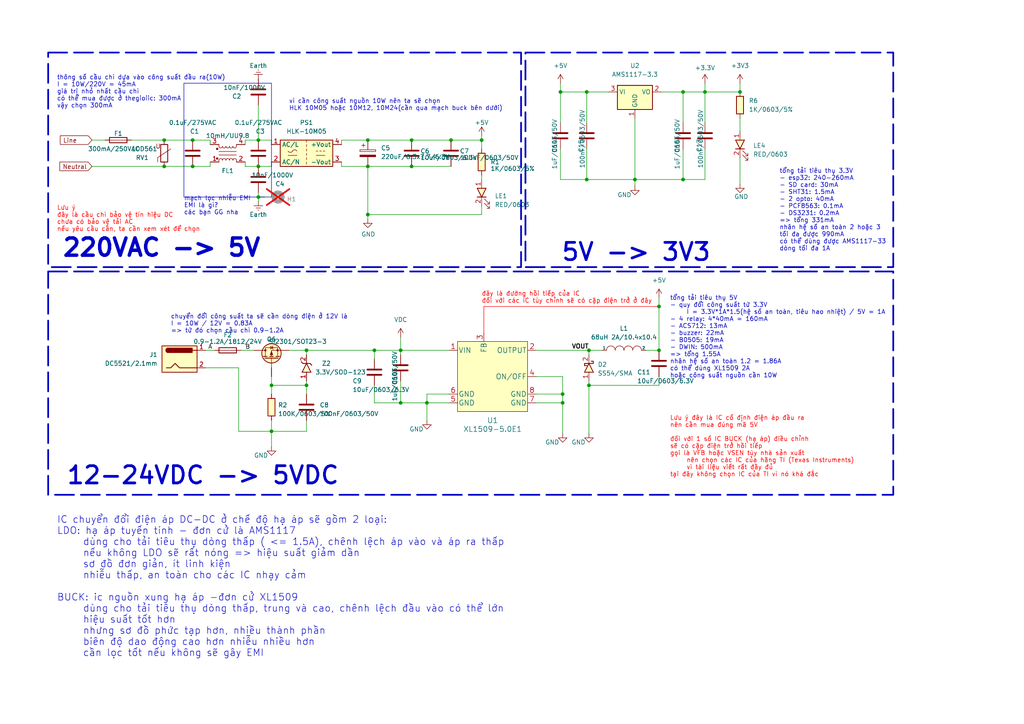
<source format=kicad_sch>
(kicad_sch (version 20250114) (generator "eeschema") (generator_version "9.0")
  (paper "A4")
  (lib_symbols
    (symbol "TrainSymbol:+3.3V" (power) (pin_names (offset 0))
      (property "Value" "+3.3V" (at 0 3.556 0))
      (symbol "+3.3V_0_1"
        (polyline (pts (xy -0.762 1.27) (xy 0 2.54)))
        (polyline (pts (xy 0 2.54) (xy 0.762 1.27)))
        (polyline (pts (xy 0 0) (xy 0 2.54)))
      )
      (symbol "+3.3V_1_1"
        (pin power_in line (at 0 0 90) (length 0) (hide yes) (name "+3.3V") (number "1"))
      )
    )
    (symbol "TrainSymbol:+3V3" (power) (pin_names (offset 0))
      (property "Value" "+3V3" (at 0 3.556 0))
      (symbol "+3V3_0_1"
        (polyline (pts (xy -0.762 1.27) (xy 0 2.54)))
        (polyline (pts (xy 0 2.54) (xy 0.762 1.27)))
        (polyline (pts (xy 0 0) (xy 0 2.54)))
      )
      (symbol "+3V3_1_1"
        (pin power_in line (at 0 0 90) (length 0) (hide yes) (name "+3V3") (number "1"))
      )
    )
    (symbol "TrainSymbol:+5V" (power) (pin_names (offset 0))
      (property "Value" "+5V" (at 0 3.556 0))
      (symbol "+5V_0_1"
        (polyline (pts (xy -0.762 1.27) (xy 0 2.54)))
        (polyline (pts (xy 0 2.54) (xy 0.762 1.27)))
        (polyline (pts (xy 0 0) (xy 0 2.54)))
      )
      (symbol "+5V_1_1"
        (pin power_in line (at 0 0 90) (length 0) (hide yes) (name "+5V") (number "1"))
      )
    )
    (symbol "TrainSymbol:AMS1117-3.3"
      (property "Reference" "U" (at -3.81 3.175 0))
      (property "Value" "AMS1117-3.3" (at 0 3.175 0))
      (symbol "AMS1117-3.3_0_1"
        (rectangle (start -5.08 -5.08) (end 5.08 1.905) (stroke (width 0.254)) (fill (type background)))
      )
      (symbol "AMS1117-3.3_1_1"
        (pin power_in line (at -7.62 0 0) (length 2.54) (name "VI") (number "3"))
        (pin power_in line (at 0 -7.62 90) (length 2.54) (name "GND") (number "1"))
        (pin power_out line (at 7.62 0 180) (length 2.54) (name "VO") (number "2"))
      )
    )
    (symbol "TrainSymbol:C" (pin_numbers (hide yes)) (pin_names (offset 0.254))
      (property "Reference" "C" (at 0.635 2.54 0))
      (property "Value" "C" (at 0.635 -2.54 0))
      (symbol "C_0_1"
        (polyline (pts (xy -2.032 0.762) (xy 2.032 0.762)) (stroke (width 0.508)))
        (polyline (pts (xy -2.032 -0.762) (xy 2.032 -0.762)) (stroke (width 0.508)))
      )
      (symbol "C_1_1"
        (pin passive line (at 0 3.81 270) (length 2.794) (name "~") (number "1"))
        (pin passive line (at 0 -3.81 90) (length 2.794) (name "~") (number "2"))
      )
    )
    (symbol "TrainSymbol:C_Polarized" (pin_numbers (hide yes)) (pin_names (offset 0.254))
      (property "Reference" "C" (at 0.635 2.54 0))
      (property "Value" "C_Polarized" (at 0.635 -2.54 0))
      (symbol "C_Polarized_0_1"
        (rectangle (start -2.286 0.508) (end 2.286 1.016))
        (polyline (pts (xy -1.778 2.286) (xy -0.762 2.286)))
        (polyline (pts (xy -1.27 2.794) (xy -1.27 1.778)))
        (rectangle (start 2.286 -0.508) (end -2.286 -1.016) (fill (type outline)))
      )
      (symbol "C_Polarized_1_1"
        (pin passive line (at 0 3.81 270) (length 2.794) (name "~") (number "1"))
        (pin passive line (at 0 -3.81 90) (length 2.794) (name "~") (number "2"))
      )
    )
    (symbol "TrainSymbol:D_Schottky"
      (property "Reference" "D" (at -2.54 2.54 0))
      (property "Value" "D_Schottky" (at 0 -2.54 0))
      (symbol "D_Schottky_0_1"
        (polyline (pts (xy -0.635 0.635) (xy -0.635 1.27) (xy 0 1.27) (xy 0 -1.27) (xy 0.635 -1.27) (xy 0.635 -0.635)) (stroke (width 0.254)))
        (polyline (pts (xy 2.54 1.27) (xy 2.54 -1.27) (xy 0 0) (xy 2.54 1.27)) (stroke (width 0.254)) (fill (type background)))
      )
      (symbol "D_Schottky_1_1"
        (pin passive line (at -2.54 0 0) (length 2.54) (name "") (number "2"))
        (pin passive line (at 5.08 0 180) (length 2.54) (name "") (number "1"))
      )
    )
    (symbol "TrainSymbol:D_Zener"
      (property "Reference" "Z" (at 0 3.81 0))
      (property "Value" "D_Zener" (at 0 -3.302 0))
      (symbol "D_Zener_0_1"
        (polyline (pts (xy 0 1.016) (xy 0 -1.016)) (stroke (width 0.254)))
        (polyline (pts (xy 0 1.016) (xy 0.508 1.524)) (stroke (width 0.254)))
        (polyline (pts (xy 0 -1.016) (xy -0.508 -1.524)) (stroke (width 0.254)))
        (polyline (pts (xy 2.54 1.27) (xy 2.54 -1.27) (xy 0 0) (xy 2.54 1.27)) (stroke (width 0.254)) (fill (type background)))
      )
      (symbol "D_Zener_1_1"
        (pin passive line (at -2.54 0 0) (length 2.54) (name "") (number "2"))
        (pin passive line (at 5.08 0 180) (length 2.54) (name "") (number "1"))
      )
    )
    (symbol "TrainSymbol:Earth" (power) (pin_names (offset 0))
      (symbol "Earth_0_1"
        (polyline (pts (xy -0.635 -1.905) (xy 0.635 -1.905)))
        (polyline (pts (xy -0.127 -2.54) (xy 0.127 -2.54)))
        (polyline (pts (xy 0 -1.27) (xy 0 0)))
        (polyline (pts (xy 1.27 -1.27) (xy -1.27 -1.27)))
      )
      (symbol "Earth_1_1"
        (pin power_in line (at 0 0 270) (length 0) (hide yes) (name "Earth") (number "1"))
      )
    )
    (symbol "TrainSymbol:Filter_EMI_LL" (pin_names (offset 0.254) (hide yes))
      (property "Reference" "FL" (at 0 4.445 0))
      (property "Value" "Filter_EMI_LL" (at 0 -4.445 0))
      (symbol "Filter_EMI_LL_0_1"
        (circle (center -3.048 1.524) (radius 0.254) (fill (type outline)))
        (circle (center -3.048 -1.27) (radius 0.254) (fill (type outline)))
        (polyline (pts (xy -2.54 2.032) (xy -2.54 2.54)))
        (polyline (pts (xy -2.54 0.508) (xy 2.54 0.508)))
        (polyline (pts (xy -2.54 -2.032) (xy -2.54 -2.54)))
        (arc (start -1.524 2.032) (mid -2.032 1.5262) (end -2.54 2.032))
        (arc (start -2.54 -2.032) (mid -2.032 -1.5262) (end -1.524 -2.032))
        (arc (start -0.508 2.032) (mid -1.016 1.5262) (end -1.524 2.032))
        (arc (start -1.524 -2.032) (mid -1.016 -1.5262) (end -0.508 -2.032))
        (arc (start 0.508 2.032) (mid 0 1.5262) (end -0.508 2.032))
        (arc (start -0.508 -2.032) (mid 0 -1.5262) (end 0.508 -2.032))
        (arc (start 1.524 2.032) (mid 1.016 1.5262) (end 0.508 2.032))
        (arc (start 0.508 -2.032) (mid 1.016 -1.5262) (end 1.524 -2.032))
        (arc (start 2.54 2.032) (mid 2.032 1.5262) (end 1.524 2.032))
        (arc (start 1.524 -2.032) (mid 2.032 -1.5262) (end 2.54 -2.032))
        (polyline (pts (xy 2.54 2.54) (xy 2.54 2.032)))
        (polyline (pts (xy 2.54 -0.508) (xy -2.54 -0.508)))
        (polyline (pts (xy 2.54 -2.032) (xy 2.54 -2.54)))
      )
      (symbol "Filter_EMI_LL_1_1"
        (pin passive line (at -5.08 2.54 0) (length 2.54) (name "1") (number "1"))
        (pin passive line (at -5.08 -2.54 0) (length 2.54) (name "3") (number "3"))
        (pin passive line (at 5.08 2.54 180) (length 2.54) (name "2") (number "2"))
        (pin passive line (at 5.08 -2.54 180) (length 2.54) (name "4") (number "4"))
      )
    )
    (symbol "TrainSymbol:Fuse" (pin_numbers (hide yes)) (pin_names (offset 0))
      (property "Reference" "F" (at 2.032 0 90))
      (property "Value" "Fuse" (at -1.905 0 90))
      (symbol "Fuse_0_1"
        (rectangle (start -0.762 -2.54) (end 0.762 2.54) (stroke (width 0.254)))
        (polyline (pts (xy 0 2.54) (xy 0 -2.54)))
      )
      (symbol "Fuse_1_1"
        (pin passive line (at 0 3.81 270) (length 1.27) (name "~") (number "1"))
        (pin passive line (at 0 -3.81 90) (length 1.27) (name "~") (number "2"))
      )
    )
    (symbol "TrainSymbol:GND" (power) (pin_names (offset 0))
      (property "Value" "GND" (at 0 -3.81 0))
      (symbol "GND_0_1"
        (polyline (pts (xy 0 0) (xy 0 -1.27) (xy 1.27 -1.27) (xy 0 -2.54) (xy -1.27 -1.27) (xy 0 -1.27)))
      )
      (symbol "GND_1_1"
        (pin power_in line (at 0 0 270) (length 0) (hide yes) (name "GND") (number "1"))
      )
    )
    (symbol "TrainSymbol:HLK-PM01"
      (property "Reference" "PS" (at 0 5.08 0))
      (property "Value" "HLK-PM01" (at 0 -5.08 0))
      (symbol "HLK-PM01_0_1"
        (rectangle (start -7.62 3.81) (end 7.62 -3.81) (stroke (width 0.254)) (fill (type background)))
        (polyline (pts (xy -5.334 -0.635) (xy -2.794 -0.635)))
        (arc (start -4.064 0.635) (mid -4.699 0.2495) (end -5.334 0.635))
        (arc (start -4.064 0.635) (mid -3.429 1.0072) (end -2.794 0.635))
        (polyline (pts (xy 0 3.81) (xy 0 3.175)))
        (polyline (pts (xy 0 2.54) (xy 0 1.905)))
        (polyline (pts (xy 0 1.27) (xy 0 0.635)))
        (polyline (pts (xy 0 0) (xy 0 -0.635)))
        (polyline (pts (xy 0 -1.27) (xy 0 -1.905)))
        (polyline (pts (xy 0 -2.54) (xy 0 -3.175)))
        (polyline (pts (xy 2.794 0.635) (xy 3.302 0.635)))
        (polyline (pts (xy 2.794 -0.635) (xy 5.334 -0.635)))
        (polyline (pts (xy 3.81 0.635) (xy 4.318 0.635)))
        (polyline (pts (xy 4.826 0.635) (xy 5.334 0.635)))
      )
      (symbol "HLK-PM01_1_1"
        (pin power_in line (at -10.16 2.54 0) (length 2.54) (name "AC/L") (number "1"))
        (pin power_in line (at -10.16 -2.54 0) (length 2.54) (name "AC/N") (number "2"))
        (pin power_out line (at 10.16 2.54 180) (length 2.54) (name "+Vout") (number "4"))
        (pin power_out line (at 10.16 -2.54 180) (length 2.54) (name "-Vout") (number "3"))
      )
    )
    (symbol "TrainSymbol:INDUCTOR" (pin_numbers (hide yes)) (pin_names (offset 0))
      (property "Reference" "L" (at 0 2.54 0))
      (property "Value" "INDUCTOR" (at 0 -1.27 0))
      (symbol "INDUCTOR_0_1"
        (arc (start -5.08 0) (mid -3.81 1.2645) (end -2.54 0))
        (arc (start -2.54 0) (mid -1.27 1.2645) (end 0 0))
        (arc (start 0 0) (mid 1.27 1.2645) (end 2.54 0))
        (arc (start 2.54 0) (mid 3.81 1.2645) (end 5.08 0))
      )
      (symbol "INDUCTOR_1_1"
        (pin input line (at -6.35 0 0) (length 1.27) (name "1") (number "1"))
        (pin input line (at 6.35 0 180) (length 1.27) (name "2") (number "2"))
      )
    )
    (symbol "TrainSymbol:Jack-DC" (pin_names (offset 1.016))
      (property "Reference" "J" (at 0 5.334 0))
      (property "Value" "Jack-DC" (at 0 -5.08 0))
      (symbol "Jack-DC_0_1"
        (rectangle (start -5.08 3.81) (end 5.08 -3.81) (stroke (width 0.254)) (fill (type background)))
        (polyline (pts (xy -3.81 -2.54) (xy -2.54 -2.54) (xy -1.27 -1.27) (xy 0 -2.54) (xy 2.54 -2.54) (xy 5.08 -2.54)) (stroke (width 0.254)))
        (arc (start -3.302 1.905) (mid -3.9343 2.54) (end -3.302 3.175) (stroke (width 0.254)))
        (arc (start -3.302 1.905) (mid -3.9343 2.54) (end -3.302 3.175) (stroke (width 0.254)) (fill (type outline)))
        (rectangle (start 3.683 3.175) (end -3.302 1.905) (stroke (width 0.254)) (fill (type outline)))
        (polyline (pts (xy 5.08 2.54) (xy 3.81 2.54)) (stroke (width 0.254)))
      )
      (symbol "Jack-DC_1_1"
        (pin passive line (at 7.62 2.54 180) (length 2.54) (name "~") (number "1"))
        (pin passive line (at 7.62 -2.54 180) (length 2.54) (name "~") (number "2"))
      )
    )
    (symbol "TrainSymbol:Led"
      (property "Reference" "LE" (at 0.508 -2.794 0))
      (property "Value" "Led" (at -0.254 2.794 0))
      (symbol "Led_0_1"
        (polyline (pts (xy -1.778 -0.762) (xy -3.302 -2.286) (xy -2.54 -2.286) (xy -3.302 -2.286) (xy -3.302 -1.524)))
        (polyline (pts (xy -0.508 -0.762) (xy -2.032 -2.286) (xy -1.27 -2.286) (xy -2.032 -2.286) (xy -2.032 -1.524)))
        (polyline (pts (xy 0 -1.27) (xy 0 1.27)) (stroke (width 0.254)))
        (polyline (pts (xy 2.54 -1.27) (xy 2.54 1.27) (xy 0 0) (xy 2.54 -1.27)) (stroke (width 0.254)) (fill (type background)))
      )
      (symbol "Led_1_1"
        (pin passive line (at -2.54 0 0) (length 2.54) (name "") (number "2"))
        (pin passive line (at 5.08 0 180) (length 2.54) (name "") (number "1"))
      )
    )
    (symbol "TrainSymbol:MountingHole_Pad" (pin_numbers (hide yes)) (pin_names (offset 1.016) (hide yes))
      (property "Reference" "H" (at 0 6.35 0))
      (property "Value" "MountingHole_Pad" (at 0 4.445 0))
      (symbol "MountingHole_Pad_0_1"
        (circle (center 0 1.27) (radius 1.27) (stroke (width 1.27)))
      )
      (symbol "MountingHole_Pad_1_1"
        (pin input line (at 0 -2.54 90) (length 2.54) (name "1") (number "1"))
      )
    )
    (symbol "TrainSymbol:P_Mosfet" (pin_numbers (hide yes)) (pin_names (hide yes))
      (property "Reference" "Q" (at 2.794 1.2192 0))
      (symbol "P_Mosfet_0_1"
        (polyline (pts (xy -2.286 1.905) (xy -2.286 -1.905)) (stroke (width 0.254)))
        (polyline (pts (xy -2.286 0) (xy -5.08 0)))
        (polyline (pts (xy -1.778 2.286) (xy -1.778 1.27)) (stroke (width 0.254)))
        (polyline (pts (xy -1.778 0.508) (xy -1.778 -0.508)) (stroke (width 0.254)))
        (polyline (pts (xy -1.778 -1.27) (xy -1.778 -2.286)) (stroke (width 0.254)))
        (polyline (pts (xy -1.778 -1.778) (xy 0.762 -1.778) (xy 0.762 1.778) (xy -1.778 1.778)))
        (circle (center -0.889 0) (radius 2.794) (stroke (width 0.254)) (fill (type background)))
        (polyline (pts (xy -0.3048 0) (xy -1.3208 -0.381) (xy -1.3208 0.381) (xy -0.3048 0)) (fill (type outline)))
        (polyline (pts (xy 0 2.54) (xy 0 1.778)))
        (circle (center 0 1.778) (radius 0.254) (fill (type outline)))
        (circle (center 0 -1.778) (radius 0.254) (fill (type outline)))
        (polyline (pts (xy 0 -2.54) (xy 0 0) (xy -1.778 0)))
        (polyline (pts (xy 0.254 -0.508) (xy 0.381 -0.381) (xy 1.143 -0.381) (xy 1.27 -0.254)))
        (polyline (pts (xy 0.762 -0.381) (xy 0.381 0.254) (xy 1.143 0.254) (xy 0.762 -0.381)))
      )
      (symbol "P_Mosfet_1_1"
        (pin input line (at -7.62 0 0) (length 2.54) (name "G") (number "1"))
        (pin passive line (at 0 5.08 270) (length 2.54) (name "D") (number "3"))
        (pin passive line (at 0 -5.08 90) (length 2.54) (name "S") (number "2"))
      )
    )
    (symbol "TrainSymbol:R" (pin_numbers (hide yes)) (pin_names (offset 0))
      (property "Reference" "R" (at 2.032 0 90))
      (property "Value" "R" (at 0 0 90))
      (symbol "R_1_1"
        (rectangle (start -1.016 2.54) (end 1.016 -2.54) (stroke (width 0.254)) (fill (type background)))
        (pin passive line (at 0 3.81 270) (length 1.27) (name "~") (number "1"))
        (pin passive line (at 0 -3.81 90) (length 1.27) (name "~") (number "2"))
      )
    )
    (symbol "TrainSymbol:VDC" (power) (pin_names (offset 0))
      (property "Value" "VDC" (at 0 6.35 0))
      (symbol "VDC_0_1"
        (polyline (pts (xy -0.762 1.27) (xy 0 2.54)))
        (polyline (pts (xy 0 2.54) (xy 0.762 1.27)))
        (polyline (pts (xy 0 0) (xy 0 2.54)))
      )
      (symbol "VDC_1_1"
        (pin power_in line (at 0 0 90) (length 0) (hide yes) (name "VDC") (number "1"))
      )
    )
    (symbol "TrainSymbol:Varistor" (pin_numbers (hide yes)) (pin_names (offset 0))
      (property "Reference" "RV" (at 3.175 0 90))
      (property "Value" "Varistor" (at -3.175 0 90))
      (symbol "Varistor_0_0"
        (text "U" (at -1.778 -2.032 0) (effects (font (size 1.27 1.27))))
      )
      (symbol "Varistor_0_1"
        (polyline (pts (xy -1.905 2.54) (xy -1.905 1.27) (xy 1.905 -1.27)))
        (rectangle (start -1.016 -2.54) (end 1.016 2.54) (stroke (width 0.254)))
      )
      (symbol "Varistor_1_1"
        (pin passive line (at 0 3.81 270) (length 1.27) (name "~") (number "1"))
        (pin passive line (at 0 -3.81 90) (length 1.27) (name "~") (number "2"))
      )
    )
    (symbol "TrainSymbol:XL1509" (pin_names (offset 0.254))
      (property "Reference" "U" (at 5.08 -12.7 0))
      (property "Value" "XL1509" (at -7.62 -12.7 0))
      (symbol "XL1509_1_1"
        (rectangle (start -10.16 10.16) (end 10.16 -10.16) (fill (type background)))
        (pin power_in line (at -12.7 7.62 0) (length 2.54) (name "VIN") (number "1"))
        (pin power_in line (at -12.7 -5.08 0) (length 2.54) (name "GND") (number "6"))
        (pin power_in line (at -12.7 -7.62 0) (length 2.54) (name "GND") (number "5"))
        (pin input line (at -2.54 12.7 270) (length 2.54) (name "FB") (number "3"))
        (pin output line (at 12.7 7.62 180) (length 2.54) (name "OUTPUT") (number "2"))
        (pin input line (at 12.7 0 180) (length 2.54) (name "ON/OFF") (number "4"))
        (pin power_in line (at 12.7 -5.08 180) (length 2.54) (name "GND") (number "8"))
        (pin power_in line (at 12.7 -7.62 180) (length 2.54) (name "GND") (number "7"))
      )
    )
  )
  (rectangle (start 152.4 15.24) (end 259.08 77.47) (stroke (width 0.5) (type dash)))
  (rectangle (start 13.97 15.24) (end 151.13 77.47) (stroke (width 0.5) (type dash)))
  (rectangle (start 13.97 78.74) (end 259.08 143.51) (stroke (width 0.5) (type dash)))
  (rectangle (start 53.34 24.13) (end 78.74 57.15))
  (text "5V -> 3V3\n" (at 162.56 76.2 0) (effects (font (size 5 5) (thickness 0.8) (bold yes)) (justify left bottom)))
  (text "Lưu ý đây là IC cố định điện áp đầu ra \nnên cần mua đúng mã 5V \n\nđối với 1 số IC BUCK (hạ áp) điều chỉnh \nsẽ có cặp điện trở hồi tiếp \ngọi là VFB hoặc VSEN tùy nhà sản xuất\n	nên chọn các IC của hãng TI (Texas Instruments)\n	vì tài liệu viết rất đầy đủ \ntại đây không chọn IC của TI vì nó khá đắc" (at 194.31 129.54 0) (effects (font (size 1.27 1.27)) (justify left)))
  (text "đây là đường hồi tiếp của IC\nđối với các IC tùy chỉnh sẽ có cặp điện trở ở đây" (at 139.7 86.36 0) (effects (font (size 1.27 1.27)) (justify left)))
  (text "LƯU Ý: \nở thiết kế này mạch không sử dụng nguồn từ pin \nlựa chọn IC chưa cần quan tâm đến dòng rò không tải \n\nKHI THIẾT KẾ PIN, các bạn cần quan tâm thông số \nQuiescent Current IQ: biểu thị tiêu hao của IC nguồn khi không có tải \n(mạch không có tải vì vi điều khiển thường \"đi ngủ\" để tiết kiệm pin)" (at 13.97 224.79 0) (effects (font (size 2 2)) (justify left)))
  (text "chuyển đổi công suất ta sẽ cần dòng điện ở 12V là \nI = 10W / 12V = 0.83A \n=> từ đó chọn cầu chì 0.9-1.2A " (at 49.53 93.98 0) (effects (font (size 1.27 1.27)) (justify left)))
  (text "mạch lọc nhiễu EMI \nEMI là gì? \ncác bạn GG nha" (at 53.34 59.69 0) (effects (font (size 1.27 1.27)) (justify left)))
  (text "Lưu ý\nđây là cầu chì bảo vệ tín hiệu DC \nchưa có bảo vệ tải AC\nnếu yêu cầu cần, ta cần xem xét để chọn " (at 16.51 63.5 0) (effects (font (size 1.27 1.27)) (justify left)))
  (text "IC chuyển đổi điện áp DC-DC ở chế độ hạ áp sẽ gồm 2 loại:\nLDO: hạ áp tuyến tính - đơn cử là AMS1117 \n	dùng cho tải tiêu thụ dòng thấp ( <= 1.5A), chênh lệch áp vào và áp ra thấp \n	nếu không LDO sẽ rất nóng => hiệu suất giảm dần \n	sơ đồ đơn giản, ít linh kiện\n	nhiễu thấp, an toàn cho các IC nhạy cảm \n\nBUCK: ic nguồn xung hạ áp -đơn cử XL1509\n	dùng cho tải tiêu thụ dòng thấp, trung và cao, chênh lệch đầu vào có thể lớn \n	hiệu suất tốt hơn\n	nhưng sơ đồ phức tạp hơn, nhiều thành phần\n	biên độ dao động cao hơn nhiễu nhiều hơn\n	cần lọc tốt nếu không sẽ gây EMI " (at 16.51 170.18 0) (effects (font (size 2 2)) (justify left)))
  (text "thông số cầu chì dựa vào công suất đầu ra(10W)\nI = 10W/220V = 45mA \ngiá trị nhỏ nhất cầu chì\ncó thể mua được ở thegioiic: 300mA \nvậy chọn 300mA " (at 16.51 26.67 0) (effects (font (size 1.27 1.27)) (justify left)))
  (text "vì cần công suất nguồn 10W nên ta sẽ chọn \nHLK 10M05 hoặc 10M12, 10M24(cần qua mạch buck bên dưới)" (at 83.82 30.48 0) (effects (font (size 1.27 1.27)) (justify left)))
  (text "220VAC -> 5V" (at 17.78 74.93 0) (effects (font (size 5 5) (thickness 1) (bold yes)) (justify left bottom)))
  (text "12-24VDC -> 5VDC" (at 19.05 140.97 0) (effects (font (size 5 5) (thickness 0.8) (bold yes)) (justify left bottom)))
  (text "tổng tải tiêu thụ 3.3V\n- esp32: 240-260mA \n- SD card: 30mA \n- SHT31: 1.5mA\n- 2 opto: 40mA \n- PCF8563: 0.1mA\n- DS3231: 0.2mA \n=> tổng 331mA \nnhân hệ số an toàn 2 hoặc 3 \ntối đa được 990mA \ncó thể dùng được AMS1117-33\ndòng tối đa 1A \n" (at 226.06 60.96 0) (effects (font (size 1.27 1.27)) (justify left)))
  (text "tổng tải tiêu thụ 5V\n- quy đổi công suất từ 3.3V \n	I = 3.3V*1A*1.5(hệ số an toàn, tiêu hao nhiệt) / 5V = 1A \n- 4 relay: 4*40mA = 160mA \n- ACS712: 13mA \n- buzzer: 22mA \n- B0505: 19mA \n- DWIN: 500mA \n=> tổng 1.55A \nnhân hệ số an toàn 1.2 = 1.86A \ncó thể dùng XL1509 2A \nhoặc công suất nguồn cần 10W" (at 194.31 97.79 0) (effects (font (size 1.27 1.27)) (justify left)))
  (junction (at 163.195 114.3))
  (junction (at 214.63 26.67))
  (junction (at 116.205 101.6))
  (junction (at 55.88 40.64))
  (junction (at 88.9 101.6))
  (junction (at 170.18 52.07))
  (junction (at 74.93 48.26))
  (junction (at 106.68 62.23))
  (junction (at 198.12 26.67))
  (junction (at 198.12 52.07))
  (junction (at 119.38 40.64))
  (junction (at 74.93 57.15))
  (junction (at 123.825 116.84))
  (junction (at 130.81 40.64))
  (junction (at 106.68 40.64))
  (junction (at 119.38 48.26))
  (junction (at 78.74 125.095))
  (junction (at 74.93 40.64))
  (junction (at 106.68 48.26))
  (junction (at 108.585 101.6))
  (junction (at 163.195 116.84))
  (junction (at 191.135 88.9))
  (junction (at 116.205 116.84))
  (junction (at 78.74 111.76))
  (junction (at 170.815 111.76))
  (junction (at 88.9 111.76))
  (junction (at 139.7 40.64))
  (junction (at 55.88 48.26))
  (junction (at 204.47 26.67))
  (junction (at 170.18 26.67))
  (junction (at 184.15 52.07))
  (junction (at 47.625 40.64))
  (junction (at 191.135 101.6))
  (junction (at 47.625 48.26))
  (junction (at 170.815 101.6))
  (junction (at 162.56 26.67))
  (wire (pts (xy 88.9 111.76) (xy 88.9 114.3)))
  (wire (pts (xy 162.56 52.07) (xy 170.18 52.07)))
  (wire (pts (xy 198.12 26.67) (xy 204.47 26.67)))
  (wire (pts (xy 130.81 40.64) (xy 139.7 40.64)))
  (wire (pts (xy 106.68 62.23) (xy 139.7 62.23)))
  (wire (pts (xy 71.12 48.26) (xy 71.12 46.99)))
  (wire (pts (xy 55.88 48.26) (xy 60.96 48.26)))
  (wire (pts (xy 162.56 26.67) (xy 162.56 35.56)))
  (wire (pts (xy 123.825 114.3) (xy 123.825 116.84)))
  (wire (pts (xy 170.815 102.87) (xy 170.815 101.6)))
  (wire (pts (xy 139.7 39.37) (xy 139.7 40.64)))
  (wire (pts (xy 170.18 43.18) (xy 170.18 52.07)))
  (wire (pts (xy 74.93 40.64) (xy 78.74 40.64)))
  (wire (pts (xy 78.74 111.76) (xy 88.9 111.76)))
  (wire (pts (xy 162.56 26.67) (xy 170.18 26.67)))
  (wire (pts (xy 155.575 116.84) (xy 163.195 116.84)))
  (wire (pts (xy 60.96 40.64) (xy 60.96 41.91)))
  (wire (pts (xy 71.12 40.64) (xy 71.12 41.91)))
  (wire (pts (xy 191.77 26.67) (xy 198.12 26.67)))
  (wire (pts (xy 78.74 109.22) (xy 78.74 111.76)))
  (wire (pts (xy 119.38 48.26) (xy 130.81 48.26)))
  (wire (pts (xy 59.69 101.6) (xy 62.23 101.6)))
  (wire (pts (xy 47.625 48.26) (xy 55.88 48.26)))
  (wire (pts (xy 214.63 45.72) (xy 214.63 53.34)))
  (wire (pts (xy 214.63 24.13) (xy 214.63 26.67)))
  (wire (pts (xy 78.74 121.92) (xy 78.74 125.095)))
  (wire (pts (xy 106.68 62.23) (xy 106.68 63.5)))
  (wire (pts (xy 99.06 48.26) (xy 106.68 48.26)))
  (wire (pts (xy 88.9 125.095) (xy 78.74 125.095)))
  (wire (pts (xy 71.12 40.64) (xy 74.93 40.64)))
  (wire (pts (xy 214.63 34.29) (xy 214.63 38.1)))
  (wire (pts (xy 108.585 101.6) (xy 116.205 101.6)))
  (wire (pts (xy 60.96 46.99) (xy 60.96 48.26)))
  (wire (pts (xy 47.625 40.64) (xy 55.88 40.64)))
  (wire (pts (xy 170.815 110.49) (xy 170.815 111.76)))
  (wire (pts (xy 99.06 40.64) (xy 99.06 41.91)))
  (wire (pts (xy 155.575 101.6) (xy 170.815 101.6)))
  (wire (pts (xy 162.56 43.18) (xy 162.56 52.07)))
  (wire (pts (xy 74.93 30.48) (xy 74.93 40.64)))
  (wire (pts (xy 78.74 40.64) (xy 78.74 41.91)))
  (wire (pts (xy 108.585 111.76) (xy 108.585 116.84)))
  (wire (pts (xy 198.12 52.07) (xy 204.47 52.07)))
  (wire (pts (xy 55.88 40.64) (xy 60.96 40.64)))
  (wire (pts (xy 191.135 111.76) (xy 170.815 111.76)))
  (wire (pts (xy 163.195 116.84) (xy 163.195 125.73)))
  (wire (pts (xy 163.195 109.22) (xy 163.195 114.3)))
  (wire (pts (xy 116.205 116.84) (xy 123.825 116.84)))
  (wire (pts (xy 69.215 125.095) (xy 78.74 125.095)))
  (wire (pts (xy 76.835 57.15) (xy 74.93 57.15)))
  (wire (pts (xy 78.74 125.095) (xy 78.74 129.54)))
  (wire (pts (xy 123.825 116.84) (xy 123.825 121.92)))
  (wire (pts (xy 204.47 26.67) (xy 214.63 26.67)))
  (wire (pts (xy 139.7 62.23) (xy 139.7 59.69)))
  (wire (pts (xy 140.335 88.9) (xy 191.135 88.9)) (stroke (width 0) (color 255 0 0 1)))
  (wire (pts (xy 71.12 48.26) (xy 74.93 48.26)))
  (wire (pts (xy 106.68 40.64) (xy 119.38 40.64)))
  (wire (pts (xy 108.585 116.84) (xy 116.205 116.84)))
  (wire (pts (xy 88.9 110.49) (xy 88.9 111.76)))
  (wire (pts (xy 155.575 109.22) (xy 163.195 109.22)))
  (wire (pts (xy 88.9 121.92) (xy 88.9 125.095)))
  (wire (pts (xy 155.575 114.3) (xy 163.195 114.3)))
  (wire (pts (xy 198.12 43.18) (xy 198.12 52.07)))
  (wire (pts (xy 99.06 40.64) (xy 106.68 40.64)))
  (wire (pts (xy 116.205 110.49) (xy 116.205 116.84)))
  (wire (pts (xy 204.47 26.67) (xy 204.47 35.56)))
  (wire (pts (xy 74.93 58.42) (xy 74.93 57.15)))
  (wire (pts (xy 198.12 52.07) (xy 184.15 52.07)))
  (wire (pts (xy 26.67 40.64) (xy 30.48 40.64)))
  (wire (pts (xy 170.18 52.07) (xy 184.15 52.07)))
  (wire (pts (xy 170.18 26.67) (xy 176.53 26.67)))
  (wire (pts (xy 204.47 43.18) (xy 204.47 52.07)))
  (wire (pts (xy 116.205 101.6) (xy 116.205 102.87)))
  (wire (pts (xy 170.815 111.76) (xy 170.815 125.73)))
  (wire (pts (xy 184.15 52.07) (xy 184.15 53.975)))
  (wire (pts (xy 191.135 109.22) (xy 191.135 111.76)))
  (wire (pts (xy 187.325 101.6) (xy 191.135 101.6)))
  (wire (pts (xy 163.195 114.3) (xy 163.195 116.84)))
  (wire (pts (xy 74.93 57.15) (xy 74.93 55.88)))
  (wire (pts (xy 108.585 104.14) (xy 108.585 101.6)))
  (wire (pts (xy 116.205 97.79) (xy 116.205 101.6)))
  (wire (pts (xy 204.47 24.13) (xy 204.47 26.67)))
  (wire (pts (xy 119.38 40.64) (xy 130.81 40.64)))
  (wire (pts (xy 116.205 101.6) (xy 130.175 101.6)))
  (wire (pts (xy 130.175 114.3) (xy 123.825 114.3)))
  (wire (pts (xy 139.7 43.18) (xy 139.7 40.64)))
  (wire (pts (xy 74.93 48.26) (xy 78.74 48.26)))
  (wire (pts (xy 69.215 106.68) (xy 69.215 125.095)))
  (wire (pts (xy 83.82 101.6) (xy 88.9 101.6)))
  (wire (pts (xy 106.68 48.26) (xy 106.68 62.23)))
  (wire (pts (xy 198.12 26.67) (xy 198.12 35.56)))
  (wire (pts (xy 88.9 101.6) (xy 108.585 101.6)))
  (wire (pts (xy 38.1 40.64) (xy 47.625 40.64)))
  (wire (pts (xy 191.135 88.9) (xy 191.135 101.6)))
  (wire (pts (xy 184.15 34.29) (xy 184.15 52.07)))
  (wire (pts (xy 59.69 106.68) (xy 69.215 106.68)))
  (wire (pts (xy 162.56 24.13) (xy 162.56 26.67)))
  (wire (pts (xy 78.74 111.76) (xy 78.74 114.3)))
  (wire (pts (xy 106.68 48.26) (xy 119.38 48.26)))
  (wire (pts (xy 78.74 48.26) (xy 78.74 46.99)))
  (wire (pts (xy 69.85 101.6) (xy 73.66 101.6)))
  (wire (pts (xy 170.815 101.6) (xy 174.625 101.6)))
  (wire (pts (xy 123.825 116.84) (xy 130.175 116.84)))
  (wire (pts (xy 170.18 26.67) (xy 170.18 35.56)))
  (wire (pts (xy 139.7 50.8) (xy 139.7 52.07)))
  (wire (pts (xy 140.335 88.9) (xy 140.335 96.52)) (stroke (width 0) (color 255 0 0 1)))
  (wire (pts (xy 88.9 101.6) (xy 88.9 102.87)))
  (wire (pts (xy 26.67 48.26) (xy 47.625 48.26)))
  (wire (pts (xy 191.135 86.36) (xy 191.135 88.9)))
  (wire (pts (xy 99.06 48.26) (xy 99.06 46.99)))
  (image (at 149.86 224.79) (scale 0.156905))
  (label "B" (at 71.12 101.6 0))
  (label "A" (at 60.325 101.6 0))
  (label "VOUT" (at 170.815 101.6 180) (effects (font (bold yes))))
  (global_label "Neutral" (shape input) (at 26.67 48.26 180) (property "Intersheetrefs" "${INTERSHEET_REFS}" (effects (hide yes))))
  (global_label "Line   " (shape input) (at 26.67 40.64 180) (property "Intersheetrefs" "${INTERSHEET_REFS}" (effects (hide yes))))
  (symbol (lib_id "TrainSymbol:GND") (at 123.825 121.92 0) (unit 1)
    (property "Reference" "#PWR07" (effects (hide yes)))
    (property "Value" "GND" (at 118.745 124.46 0) (effects (justify left)))
  )
  (symbol (lib_id "TrainSymbol:Filter_EMI_LL") (at 66.04 44.45 0) (mirror x) (unit 1)
    (property "Reference" "FL1" (at 66.04 49.53 0))
    (property "Value" "10mH/UU9.8" (at 66.04 39.37 0))
    (property "Footprint" "trainFootprint:ACFilterChokeUU9.8" (effects (hide yes)))
    (property "Thegioiic_Buylink" "https://www.thegioiic.com/cuon-cam-10mh-uu9-8-103" (effects (hide yes)))
  )
  (symbol (lib_id "TrainSymbol:Fuse") (at 34.29 40.64 90) (unit 1)
    (property "Reference" "F1" (at 34.29 38.735 90))
    (property "Value" "300mA/250VAC" (at 33.02 43.18 90))
    (property "Footprint" "trainFootprint:RV_Disc_D12mm_W3.9mm_P7.5mm" (effects (hide yes)))
    (property "Thegioiic_Buylink" "https://www.thegioiic.com/gr250-300-cau-chi-tu-phuc-hoi-250v-300ma" (effects (hide yes)))
  )
  (symbol (lib_id "TrainSymbol:Led") (at 139.7 57.15 90) (unit 1)
    (property "Reference" "LE1" (at 143.51 56.8325 90) (effects (justify right)))
    (property "Value" "RED/0603" (at 143.51 59.3725 90) (effects (justify right)))
    (property "Footprint" "trainFootprint:LED_0603" (effects (hide yes)))
    (property "Thegioiic_Buylink" "https://www.thegioiic.com/led-do-0603-dan-smd-trong-suot" (effects (hide yes)))
  )
  (symbol (lib_id "TrainSymbol:+3V3") (at 214.63 24.13 0) (unit 1)
    (property "Reference" "#PWR012" (effects (hide yes)))
    (property "Value" "+3V3" (at 214.63 19.05 0))
  )
  (symbol (lib_id "TrainSymbol:C_Polarized") (at 106.68 44.45 0) (unit 1)
    (property "Reference" "C5" (at 110.49 42.926 0) (effects (justify left)))
    (property "Value" "220uF/6.3x7.7/6.3V" (at 110.49 45.466 0) (effects (justify left)))
    (property "Footprint" "trainFootprint:CP_Elec_6.3x7.7" (effects (hide yes)))
    (property "Thegioiic_Buylink" "https://www.thegioiic.com/tu-nhom-smd-220uf-16v-6-3x7-7mm" (effects (hide yes)))
  )
  (symbol (lib_id "TrainSymbol:+5V") (at 162.56 24.13 0) (unit 1)
    (property "Reference" "#PWR09" (effects (hide yes)))
    (property "Value" "+5V" (at 162.56 19.05 0))
  )
  (symbol (lib_id "TrainSymbol:+3.3V") (at 204.47 24.13 0) (unit 1)
    (property "Reference" "#PWR011" (effects (hide yes)))
    (property "Value" "+3.3V" (at 204.47 19.685 0))
  )
  (symbol (lib_id "TrainSymbol:MountingHole_Pad") (at 79.375 57.15 270) (unit 1) (dnp yes)
    (property "Reference" "H1" (at 83.185 57.785 90) (effects (justify left)))
    (property "Value" "MountingHole_Pad" (effects (hide yes)))
    (property "Footprint" "trainFootprint:MountingHole_3.2mm_M3_Pad_Via" (effects (hide yes)))
  )
  (symbol (lib_id "TrainSymbol:VDC") (at 116.205 97.79 0) (unit 1)
    (property "Reference" "#PWR06" (effects (hide yes)))
    (property "Value" "VDC" (at 116.205 92.71 0))
  )
  (symbol (lib_id "TrainSymbol:C") (at 74.93 52.07 180) (unit 1)
    (property "Reference" "C4" (at 82.55 53.34 0) (effects (justify left)))
    (property "Value" "10nF/1000V" (at 85.09 50.8 0) (effects (justify left)))
    (property "Footprint" "trainFootprint:C_Rect_L7.0mm_W2.0mm_P5.00mm" (effects (hide yes)))
    (property "Thegioiic_Buylink" "https://www.thegioiic.com/tu-gom-xanh-10nf-1000v" (effects (hide yes)))
  )
  (symbol (lib_id "TrainSymbol:C") (at 162.56 39.37 180) (unit 1)
    (property "Reference" "C14" (at 160.901 40.3601 90) (effects (justify left)))
    (property "Value" "1uF/0603/50V" (at 160.8599 34.484 90) (effects (justify left)))
    (property "Footprint" "trainFootprint:C_0603" (effects (hide yes)))
    (property "Thegioiic_Buylink" "https://www.thegioiic.com/tu-gom-0603-1uf-25v" (effects (hide yes)))
  )
  (symbol (lib_id "TrainSymbol:INDUCTOR") (at 180.975 101.6 0) (unit 1)
    (property "Reference" "L1" (at 180.975 95.25 0))
    (property "Value" "68uH 2A/10.4x10.4" (at 180.975 97.79 0))
    (property "Footprint" "trainFootprint:L_10.4x10.4_H4.8" (effects (hide yes)))
    (property "Thegioiic_Buylink" "https://www.thegioiic.com/cuon-cam-dan-smd-cdrh104-1038-680-68uh-2-08a" (effects (hide yes)))
  )
  (symbol (lib_id "TrainSymbol:C") (at 191.135 105.41 0) (unit 1)
    (property "Reference" "C11" (at 184.785 107.95 0) (effects (justify left)))
    (property "Value" "10uF/0603/6.3V" (at 184.785 110.49 0) (effects (justify left)))
    (property "Footprint" "trainFootprint:C_0603" (effects (hide yes)))
    (property "Thegioiic_Buylink" "https://www.thegioiic.com/tu-gom-0603-10uf-16v" (effects (hide yes)))
  )
  (symbol (lib_id "TrainSymbol:+5V") (at 191.135 86.36 0) (unit 1)
    (property "Reference" "#PWR030" (effects (hide yes)))
    (property "Value" "+5V" (at 191.135 81.28 0))
  )
  (symbol (lib_id "TrainSymbol:C") (at 74.93 44.45 180) (unit 1)
    (property "Reference" "C3" (at 76.835 38.1 0) (effects (justify left)))
    (property "Value" "0.1uF/275VAC" (at 81.915 35.56 0) (effects (justify left)))
    (property "Footprint" "trainFootprint:C_Rect_L16.5mm_W5.0mm_P15.00mm_MKT" (effects (hide yes)))
    (property "Thegioiic_Buylink" "https://www.thegioiic.com/tu-keo-vang-x2-100nf-0-1uf-104k-275vac" (effects (hide yes)))
  )
  (symbol (lib_id "TrainSymbol:+5V") (at 139.7 39.37 0) (unit 1)
    (property "Reference" "#PWR04" (effects (hide yes)))
    (property "Value" "+5V" (at 139.7 35.56 0))
  )
  (symbol (lib_id "TrainSymbol:Earth") (at 74.93 58.42 0) (unit 1)
    (property "Reference" "#PWR02" (effects (hide yes)))
    (property "Value" "Earth" (at 74.93 62.23 0))
  )
  (symbol (lib_id "TrainSymbol:P_Mosfet") (at 78.74 101.6 90) (unit 1)
    (property "Reference" "Q6" (at 78.74 98.425 90))
    (property "Value" "SI2301/SOT23-3" (at 86.36 99.06 90))
    (property "Footprint" "trainFootprint:SOT23-3" (effects (hide yes)))
    (property "Datasheet" "https://www.onsemi.com/pub/Collateral/BSS138-D.PDF" (effects (hide yes)))
    (property "Thegioiic_Buylink" "https://www.thegioiic.com/si2301ds-mosfet-kenh-p-20v-2-3a-sot-23-3" (effects (hide yes)))
  )
  (symbol (lib_id "TrainSymbol:R") (at 214.63 30.48 0) (unit 1)
    (property "Reference" "R6" (at 217.17 29.2099 0) (effects (justify left)))
    (property "Value" "1K/0603/5%" (at 217.17 31.7499 0) (effects (justify left)))
    (property "Footprint" "trainFootprint:C_0603" (effects (hide yes)))
    (property "Thegioiic_Buylink" "https://www.thegioiic.com/dien-tro-1-kohm-0603-1-" (effects (hide yes)))
  )
  (symbol (lib_id "TrainSymbol:HLK-PM01") (at 88.9 44.45 0) (unit 1)
    (property "Reference" "PS1" (at 88.9 35.56 0))
    (property "Value" "HLK-10M05" (at 88.9 38.1 0))
    (property "Footprint" "trainFootprint:ACDC_HLK10M05" (effects (hide yes)))
    (property "Datasheet" "http://www.hlktech.net/product_detail.php?ProId=54" (effects (hide yes)))
    (property "Thegioiic_Buylink" "https://www.thegioiic.com/hlk-10m05-chuyen-doi-ac-dc-220-5v-10w-hi-link" (effects (hide yes)))
  )
  (symbol (lib_id "TrainSymbol:C") (at 74.93 26.67 0) (mirror x) (unit 1)
    (property "Reference" "C2" (at 67.31 27.94 0) (effects (justify left)))
    (property "Value" "10nF/1000V" (at 64.77 25.4 0) (effects (justify left)))
    (property "Footprint" "trainFootprint:C_Rect_L7.0mm_W2.0mm_P5.00mm" (effects (hide yes)))
    (property "Thegioiic_Buylink" "https://www.thegioiic.com/tu-gom-xanh-10nf-1000v" (effects (hide yes)))
  )
  (symbol (lib_id "TrainSymbol:C") (at 119.38 44.45 0) (unit 1)
    (property "Reference" "C6" (at 121.92 43.815 0) (effects (justify left)))
    (property "Value" "10uF/0603/6.3V" (at 121.92 45.72 0) (effects (justify left)))
    (property "Footprint" "trainFootprint:C_0603" (effects (hide yes)))
    (property "Thegioiic_Buylink" "https://www.thegioiic.com/tu-gom-0603-10uf-16v" (effects (hide yes)))
  )
  (symbol (lib_id "TrainSymbol:GND") (at 163.195 125.73 0) (unit 1)
    (property "Reference" "#PWR08" (effects (hide yes)))
    (property "Value" "GND" (at 158.115 128.27 0) (effects (justify left)))
  )
  (symbol (lib_id "TrainSymbol:C") (at 116.205 106.68 180) (unit 1)
    (property "Reference" "C10" (at 114.546 107.6701 90) (effects (justify left)))
    (property "Value" "1uF/0603/50V" (at 114.5049 101.794 90) (effects (justify left)))
    (property "Footprint" "trainFootprint:C_0603" (effects (hide yes)))
    (property "Thegioiic_Buylink" "https://www.thegioiic.com/tu-gom-0603-1uf-25v" (effects (hide yes)))
  )
  (symbol (lib_id "TrainSymbol:C") (at 204.47 39.37 180) (unit 1)
    (property "Reference" "C17" (at 202.819 40.259 90) (effects (justify left)))
    (property "Value" "100nF/0603/50V" (at 203.2 31.75 90) (effects (justify left)))
    (property "Footprint" "trainFootprint:C_0603" (effects (hide yes)))
    (property "Thegioiic_Buylink" "https://www.thegioiic.com/tu-gom-0603-100nf-0-1uf-50v" (effects (hide yes)))
  )
  (symbol (lib_id "TrainSymbol:GND") (at 170.815 125.73 0) (unit 1)
    (property "Reference" "#PWR029" (effects (hide yes)))
    (property "Value" "GND" (at 165.735 128.27 0) (effects (justify left)))
  )
  (symbol (lib_id "TrainSymbol:C") (at 170.18 39.37 180) (unit 1)
    (property "Reference" "C15" (at 168.521 40.3601 90) (effects (justify left)))
    (property "Value" "100nF/0603/50V" (at 168.91 31.75 90) (effects (justify left)))
    (property "Footprint" "trainFootprint:C_0603" (effects (hide yes)))
    (property "Thegioiic_Buylink" "https://www.thegioiic.com/tu-gom-0603-100nf-0-1uf-50v" (effects (hide yes)))
  )
  (symbol (lib_id "TrainSymbol:GND") (at 214.63 53.34 0) (unit 1)
    (property "Reference" "#PWR013" (effects (hide yes)))
    (property "Value" "GND" (at 215.011 57.023 0))
  )
  (symbol (lib_id "TrainSymbol:Jack-DC") (at 52.07 104.14 0) (unit 1)
    (property "Reference" "J1" (at 45.72 102.8699 0) (effects (justify right)))
    (property "Value" "DC5521/2.1mm" (at 45.72 105.4099 0) (effects (justify right)))
    (property "Footprint" "trainFootprint:BarrelJack_Wuerth_6941xx301002" (effects (hide yes)))
    (property "Thegioiic_Buylink" "https://www.thegioiic.com/dc5521-dau-noi-nguon-dc-cai-5521-han-pcb-kim-2-1mm" (effects (hide yes)))
  )
  (symbol (lib_id "TrainSymbol:Earth") (at 74.93 22.86 0) (mirror x) (unit 1)
    (property "Reference" "#PWR01" (effects (hide yes)))
    (property "Value" "Earth" (at 74.93 19.05 0))
  )
  (symbol (lib_id "TrainSymbol:GND") (at 78.74 129.54 0) (unit 1)
    (property "Reference" "#PWR05" (effects (hide yes)))
    (property "Value" "GND" (at 73.66 132.08 0) (effects (justify left)))
  )
  (symbol (lib_id "TrainSymbol:R") (at 139.7 46.99 0) (unit 1)
    (property "Reference" "R1" (at 142.24 46.99 0) (effects (justify left)))
    (property "Value" "1K/0603/5%" (at 142.24 48.895 0) (effects (justify left)))
    (property "Footprint" "trainFootprint:C_0603" (effects (hide yes)))
    (property "Thegioiic_Buylink" "https://www.thegioiic.com/dien-tro-1-kohm-0603-1-" (effects (hide yes)))
  )
  (symbol (lib_id "TrainSymbol:Varistor") (at 47.625 44.45 0) (mirror x) (unit 1)
    (property "Reference" "RV1" (at 39.37 45.72 0) (effects (justify left)))
    (property "Value" "10D561" (at 38.1 43.18 0) (effects (justify left)))
    (property "Footprint" "trainFootprint:RV_Disc_D12mm_W5.8mm_P7.5mm" (effects (hide yes)))
    (property "Sim.Name" "kicad_builtin_varistor" (effects (hide yes)))
    (property "Sim.Device" "SUBCKT" (effects (hide yes)))
    (property "Sim.Pins" "1=A 2=B" (effects (hide yes)))
    (property "Sim.Params" "threshold=1k" (effects (hide yes)))
    (property "Sim.Library" "${KICAD7_SYMBOL_DIR}/Simulation_SPICE.sp" (effects (hide yes)))
    (property "Thegioiic_Buylink" "https://www.thegioiic.com/tu-chong-set-varistor-10d561k-560v" (effects (hide yes)))
  )
  (symbol (lib_id "TrainSymbol:D_Schottky") (at 170.815 105.41 270) (unit 1)
    (property "Reference" "D2" (at 173.355 105.7275 90) (effects (justify left)))
    (property "Value" "SS54/SMA" (at 173.355 108.2675 90) (effects (justify left)))
    (property "Footprint" "trainFootprint:D_SMA" (effects (hide yes)))
    (property "Thegioiic_Buylink" "https://www.thegioiic.com/ss54-sma-diode-shotky-5a-40v" (effects (hide yes)))
  )
  (symbol (lib_id "TrainSymbol:C") (at 55.88 44.45 180) (unit 1)
    (property "Reference" "C1" (at 57.785 38.1 0) (effects (justify left)))
    (property "Value" "0.1uF/275VAC" (at 62.865 35.56 0) (effects (justify left)))
    (property "Footprint" "trainFootprint:C_Rect_L16.5mm_W5.0mm_P15.00mm_MKT" (effects (hide yes)))
    (property "Thegioiic_Buylink" "https://www.thegioiic.com/tu-keo-vang-x2-100nf-0-1uf-104k-275vac" (effects (hide yes)))
  )
  (symbol (lib_id "TrainSymbol:XL1509") (at 142.875 109.22 0) (unit 1)
    (property "Reference" "U1" (at 142.875 121.92 0) (effects (font (size 1.524 1.524))))
    (property "Value" "XL1509-5.0E1" (at 142.875 124.46 0) (effects (font (size 1.524 1.524))))
    (property "Footprint" "trainFootprint:SOIC-8_3.9x4.9mm_P1.27mm" (effects (hide yes)))
    (property "Datasheet" "https://datasheet.lcsc.com/lcsc/1809050422_XLSEMI-XL1509-5-0E1_C61063.pdf" (effects (hide yes)))
    (property "Thegioiic_Buylink" "https://www.thegioiic.com/xl1509-5-0e1-ic-on-ap-5v-2a-8-soic" (effects (hide yes)))
  )
  (symbol (lib_id "TrainSymbol:C") (at 108.585 107.95 0) (unit 1)
    (property "Reference" "C9" (at 102.235 110.49 0) (effects (justify left)))
    (property "Value" "10uF/0603/6.3V" (at 102.235 113.03 0) (effects (justify left)))
    (property "Footprint" "trainFootprint:C_0603" (effects (hide yes)))
    (property "Thegioiic_Buylink" "https://www.thegioiic.com/tu-gom-0603-10uf-16v" (effects (hide yes)))
  )
  (symbol (lib_id "TrainSymbol:GND") (at 184.15 53.975 0) (unit 1)
    (property "Reference" "#PWR010" (effects (hide yes)))
    (property "Value" "GND" (at 179.07 56.515 0) (effects (justify left)))
  )
  (symbol (lib_id "TrainSymbol:GND") (at 106.68 63.5 0) (unit 1)
    (property "Reference" "#PWR03" (effects (hide yes)))
    (property "Value" "GND" (at 104.775 67.945 0) (effects (justify left)))
  )
  (symbol (lib_id "TrainSymbol:AMS1117-3.3") (at 184.15 26.67 0) (unit 1)
    (property "Reference" "U2" (at 184.15 19.05 0))
    (property "Value" "AMS1117-3.3" (at 184.15 21.59 0))
    (property "Footprint" "trainFootprint:SOT-223-3_TabPin2" (effects (hide yes)))
    (property "Datasheet" "http://www.advanced-monolithic.com/pdf/ds1117.pdf" (effects (hide yes)))
    (property "Thegioiic_Buylink" "https://www.thegioiic.com/ams1117-3-3v-ic-on-ap-3-3v-1a-sot-223" (effects (hide yes)))
  )
  (symbol (lib_id "TrainSymbol:D_Zener") (at 88.9 105.41 270) (unit 1)
    (property "Reference" "Z2" (at 93.345 105.41 90) (effects (justify left)))
    (property "Value" "3.3V/SOD-123" (at 91.44 107.95 90) (effects (justify left)))
    (property "Footprint" "trainFootprint:D_SOD-123" (effects (hide yes)))
    (property "Thegioiic_Buylink" "https://www.thegioiic.com/bzt52h-c3v3-diode-zener-3-3v-375mw-sod-123f" (effects (hide yes)))
  )
  (symbol (lib_id "TrainSymbol:C") (at 198.12 39.37 180) (unit 1)
    (property "Reference" "C16" (at 196.461 40.3601 90) (effects (justify left)))
    (property "Value" "1uF/0603/50V" (at 196.4199 34.484 90) (effects (justify left)))
    (property "Footprint" "trainFootprint:C_0603" (effects (hide yes)))
    (property "Thegioiic_Buylink" "https://www.thegioiic.com/tu-gom-0603-1uf-25v" (effects (hide yes)))
  )
  (symbol (lib_id "TrainSymbol:Led") (at 214.63 43.18 90) (unit 1)
    (property "Reference" "LE4" (at 218.44 42.2274 90) (effects (justify right)))
    (property "Value" "RED/0603" (at 218.44 44.7674 90) (effects (justify right)))
    (property "Footprint" "trainFootprint:LED_0603" (effects (hide yes)))
    (property "Thegioiic_Buylink" "https://www.thegioiic.com/led-do-0603-dan-smd-trong-suot" (effects (hide yes)))
  )
  (symbol (lib_id "TrainSymbol:C") (at 130.81 44.45 0) (unit 1)
    (property "Reference" "C7" (at 133.35 43.815 0) (effects (justify left)))
    (property "Value" "100nF/0603/50V" (at 133.35 45.72 0) (effects (justify left)))
    (property "Footprint" "trainFootprint:C_0603" (effects (hide yes)))
    (property "Thegioiic_Buylink" "https://www.thegioiic.com/tu-gom-0603-100nf-0-1uf-50v" (effects (hide yes)))
  )
  (symbol (lib_id "TrainSymbol:Fuse") (at 66.04 101.6 90) (unit 1)
    (property "Reference" "F2" (at 66.04 97.155 90))
    (property "Value" "0.9-1.2A/1812/24V" (at 66.04 99.06 90))
    (property "Footprint" "trainFootprint:Fuse_1812_4532Metric" (effects (hide yes)))
    (property "Thegioiic_Buylink" "https://www.thegioiic.com/mf-msmf110-24x-2-cau-chi-tu-phuc-hoi-1812-24v-1-1a" (effects (hide yes)))
  )
  (symbol (lib_id "TrainSymbol:R") (at 78.74 118.11 0) (unit 1)
    (property "Reference" "R2" (at 80.645 117.475 0) (effects (justify left)))
    (property "Value" "100K/0603/5%" (at 80.645 120.015 0) (effects (justify left)))
    (property "Footprint" "trainFootprint:C_0603" (effects (hide yes)))
    (property "Thegioiic_Buylink" "https://www.thegioiic.com/dien-tro-100-kohm-0603-1-" (effects (hide yes)))
  )
  (symbol (lib_id "TrainSymbol:C") (at 88.9 118.11 0) (unit 1)
    (property "Reference" "C8" (at 92.71 117.475 0) (effects (justify left)))
    (property "Value" "100nF/0603/50V" (at 92.71 120.015 0) (effects (justify left)))
    (property "Footprint" "trainFootprint:C_0603" (effects (hide yes)))
    (property "Thegioiic_Buylink" "https://www.thegioiic.com/tu-gom-0603-100nf-0-1uf-50v" (effects (hide yes)))
  )
)
</source>
